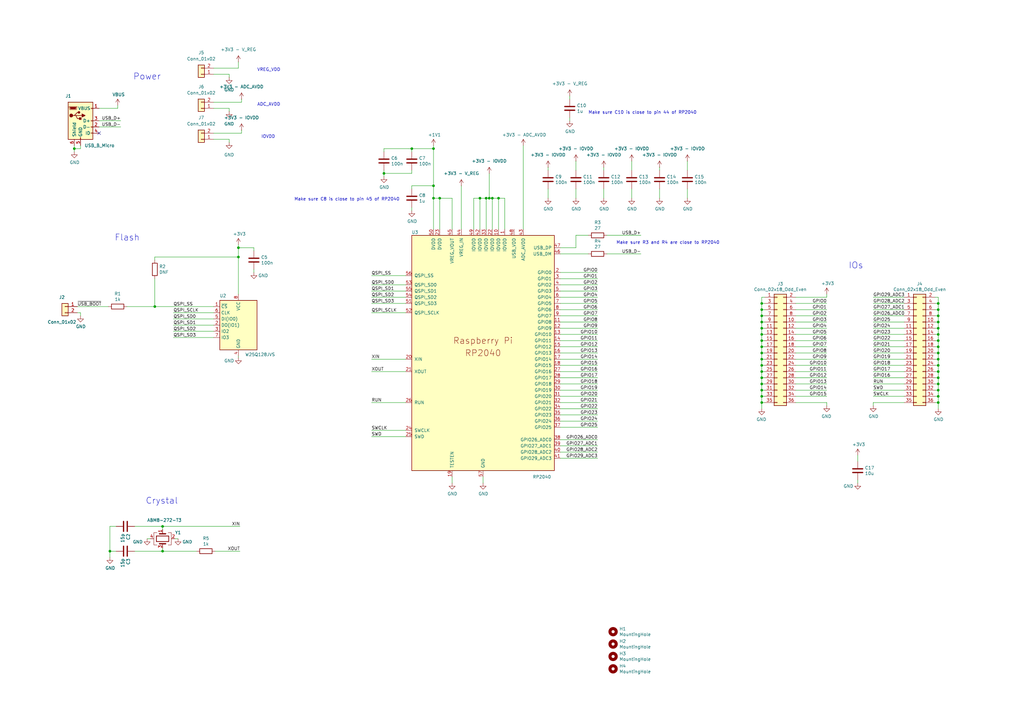
<source format=kicad_sch>
(kicad_sch (version 20231120) (generator "eeschema") (generator_version "8.0")
  (paper "A3")
  (title_block (title "RP2040 Minimal Design Example") (date "2024-01-16") (rev "REV2") (company "Raspberry Pi Ltd"))
  (lib_symbols
    (symbol "+3V3_1" (power) (pin_numbers hide) (pin_names (offset 0) hide)
      (property "Value" "+3V3" (at 0 3.556 0))
      (symbol "+3V3_1_1_1"
        (pin power_in line (at 0 0 90) (length 0) (name "~") (number "1"))
      )
    )
    (symbol "Connector:USB_B_Micro" (pin_names (offset 1.016))
      (property "Reference" "J" (at -5.08 11.43 0))
      (property "Value" "USB_B_Micro" (at -5.08 8.89 0))
      (symbol "USB_B_Micro_1_1"
        (pin power_out line (at 7.62 5.08 180) (length 2.54) (name "VBUS") (number "1"))
        (pin bidirectional line (at 7.62 -2.54 180) (length 2.54) (name "D-") (number "2"))
        (pin bidirectional line (at 7.62 0 180) (length 2.54) (name "D+") (number "3"))
        (pin passive line (at 7.62 -5.08 180) (length 2.54) (name "ID") (number "4"))
        (pin power_out line (at 0 -10.16 90) (length 2.54) (name "GND") (number "5"))
        (pin passive line (at -2.54 -10.16 90) (length 2.54) (name "Shield") (number "6"))
      )
    )
    (symbol "Connector_Generic:Conn_01x02" (pin_names (offset 1.016) hide)
      (property "Reference" "J" (at 0 2.54 0))
      (property "Value" "Conn_01x02" (at 0 -5.08 0))
      (symbol "Conn_01x02_1_1"
        (pin passive line (at -5.08 0 0) (length 3.81) (name "Pin_1") (number "1"))
        (pin passive line (at -5.08 -2.54 0) (length 3.81) (name "Pin_2") (number "2"))
      )
    )
    (symbol "Connector_Generic:Conn_02x18_Odd_Even" (pin_names (offset 1.016) hide)
      (property "Reference" "J" (at 1.27 22.86 0))
      (property "Value" "Conn_02x18_Odd_Even" (at 1.27 -25.4 0))
      (symbol "Conn_02x18_Odd_Even_1_1"
        (pin passive line (at -5.08 20.32 0) (length 3.81) (name "Pin_1") (number "1"))
        (pin passive line (at 7.62 10.16 180) (length 3.81) (name "Pin_10") (number "10"))
        (pin passive line (at -5.08 7.62 0) (length 3.81) (name "Pin_11") (number "11"))
        (pin passive line (at 7.62 7.62 180) (length 3.81) (name "Pin_12") (number "12"))
        (pin passive line (at -5.08 5.08 0) (length 3.81) (name "Pin_13") (number "13"))
        (pin passive line (at 7.62 5.08 180) (length 3.81) (name "Pin_14") (number "14"))
        (pin passive line (at -5.08 2.54 0) (length 3.81) (name "Pin_15") (number "15"))
        (pin passive line (at 7.62 2.54 180) (length 3.81) (name "Pin_16") (number "16"))
        (pin passive line (at -5.08 0 0) (length 3.81) (name "Pin_17") (number "17"))
        (pin passive line (at 7.62 0 180) (length 3.81) (name "Pin_18") (number "18"))
        (pin passive line (at -5.08 -2.54 0) (length 3.81) (name "Pin_19") (number "19"))
        (pin passive line (at 7.62 20.32 180) (length 3.81) (name "Pin_2") (number "2"))
        (pin passive line (at 7.62 -2.54 180) (length 3.81) (name "Pin_20") (number "20"))
        (pin passive line (at -5.08 -5.08 0) (length 3.81) (name "Pin_21") (number "21"))
        (pin passive line (at 7.62 -5.08 180) (length 3.81) (name "Pin_22") (number "22"))
        (pin passive line (at -5.08 -7.62 0) (length 3.81) (name "Pin_23") (number "23"))
        (pin passive line (at 7.62 -7.62 180) (length 3.81) (name "Pin_24") (number "24"))
        (pin passive line (at -5.08 -10.16 0) (length 3.81) (name "Pin_25") (number "25"))
        (pin passive line (at 7.62 -10.16 180) (length 3.81) (name "Pin_26") (number "26"))
        (pin passive line (at -5.08 -12.7 0) (length 3.81) (name "Pin_27") (number "27"))
        (pin passive line (at 7.62 -12.7 180) (length 3.81) (name "Pin_28") (number "28"))
        (pin passive line (at -5.08 -15.24 0) (length 3.81) (name "Pin_29") (number "29"))
        (pin passive line (at -5.08 17.78 0) (length 3.81) (name "Pin_3") (number "3"))
        (pin passive line (at 7.62 -15.24 180) (length 3.81) (name "Pin_30") (number "30"))
        (pin passive line (at -5.08 -17.78 0) (length 3.81) (name "Pin_31") (number "31"))
        (pin passive line (at 7.62 -17.78 180) (length 3.81) (name "Pin_32") (number "32"))
        (pin passive line (at -5.08 -20.32 0) (length 3.81) (name "Pin_33") (number "33"))
        (pin passive line (at 7.62 -20.32 180) (length 3.81) (name "Pin_34") (number "34"))
        (pin passive line (at -5.08 -22.86 0) (length 3.81) (name "Pin_35") (number "35"))
        (pin passive line (at 7.62 -22.86 180) (length 3.81) (name "Pin_36") (number "36"))
        (pin passive line (at 7.62 17.78 180) (length 3.81) (name "Pin_4") (number "4"))
        (pin passive line (at -5.08 15.24 0) (length 3.81) (name "Pin_5") (number "5"))
        (pin passive line (at 7.62 15.24 180) (length 3.81) (name "Pin_6") (number "6"))
        (pin passive line (at -5.08 12.7 0) (length 3.81) (name "Pin_7") (number "7"))
        (pin passive line (at 7.62 12.7 180) (length 3.81) (name "Pin_8") (number "8"))
        (pin passive line (at -5.08 10.16 0) (length 3.81) (name "Pin_9") (number "9"))
      )
    )
    (symbol "Device:C" (pin_numbers hide) (pin_names (offset 0.254))
      (property "Reference" "C" (at 0.635 2.54 0))
      (property "Value" "C" (at 0.635 -2.54 0))
      (symbol "C_1_1"
        (pin passive line (at 0 3.81 270) (length 2.794) (name "~") (number "1"))
        (pin passive line (at 0 -3.81 90) (length 2.794) (name "~") (number "2"))
      )
    )
    (symbol "Device:Crystal_GND24" (pin_names (offset 1.016) hide)
      (property "Reference" "Y" (at 3.175 5.08 0))
      (property "Value" "Crystal_GND24" (at 3.175 3.175 0))
      (symbol "Crystal_GND24_1_1"
        (pin passive line (at -3.81 0 0) (length 1.27) (name "1") (number "1"))
        (pin passive line (at 0 5.08 270) (length 1.27) (name "2") (number "2"))
        (pin passive line (at 3.81 0 180) (length 1.27) (name "3") (number "3"))
        (pin passive line (at 0 -5.08 90) (length 1.27) (name "4") (number "4"))
      )
    )
    (symbol "Device:R" (pin_numbers hide) (pin_names (offset 0))
      (property "Reference" "R" (at 2.032 0 90))
      (property "Value" "R" (at 0 0 90))
      (symbol "R_1_1"
        (pin passive line (at 0 3.81 270) (length 1.27) (name "~") (number "1"))
        (pin passive line (at 0 -3.81 90) (length 1.27) (name "~") (number "2"))
      )
    )
    (symbol "GND_1" (power) (pin_numbers hide) (pin_names (offset 0) hide)
      (property "Value" "GND" (at 0 -3.81 0))
      (symbol "GND_1_1_1"
        (pin power_in line (at 0 0 270) (length 0) (name "~") (number "1"))
      )
    )
    (symbol "MCU_RaspberryPi_RP2040:RP2040" (pin_names (offset 1.016))
      (property "Reference" "U" (at -29.21 49.53 0))
      (property "Value" "RP2040" (at 24.13 -49.53 0))
      (symbol "RP2040_0_0"
        (text "Raspberry Pi" (at 0 5.08 0) (effects (font (size 2.54 2.54))))
        (text "RP2040" (at 0 0 0) (effects (font (size 2.54 2.54))))
      )
      (symbol "RP2040_1_1"
        (pin power_in line (at 8.89 50.8 270) (length 2.54) (name "IOVDD") (number "1"))
        (pin power_in line (at 6.35 50.8 270) (length 2.54) (name "IOVDD") (number "10"))
        (pin bidirectional line (at 31.75 12.7 180) (length 2.54) (name "GPIO8") (number "11"))
        (pin bidirectional line (at 31.75 10.16 180) (length 2.54) (name "GPIO9") (number "12"))
        (pin bidirectional line (at 31.75 7.62 180) (length 2.54) (name "GPIO10") (number "13"))
        (pin bidirectional line (at 31.75 5.08 180) (length 2.54) (name "GPIO11") (number "14"))
        (pin bidirectional line (at 31.75 2.54 180) (length 2.54) (name "GPIO12") (number "15"))
        (pin bidirectional line (at 31.75 0 180) (length 2.54) (name "GPIO13") (number "16"))
        (pin bidirectional line (at 31.75 -2.54 180) (length 2.54) (name "GPIO14") (number "17"))
        (pin bidirectional line (at 31.75 -5.08 180) (length 2.54) (name "GPIO15") (number "18"))
        (pin passive line (at -12.7 -50.8 90) (length 2.54) (name "TESTEN") (number "19"))
        (pin bidirectional line (at 31.75 33.02 180) (length 2.54) (name "GPIO0") (number "2"))
        (pin input line (at -31.75 -2.54 0) (length 2.54) (name "XIN") (number "20"))
        (pin passive line (at -31.75 -7.62 0) (length 2.54) (name "XOUT") (number "21"))
        (pin power_in line (at 3.81 50.8 270) (length 2.54) (name "IOVDD") (number "22"))
        (pin power_in line (at -17.78 50.8 270) (length 2.54) (name "DVDD") (number "23"))
        (pin output line (at -31.75 -31.75 0) (length 2.54) (name "SWCLK") (number "24"))
        (pin bidirectional line (at -31.75 -34.29 0) (length 2.54) (name "SWD") (number "25"))
        (pin input line (at -31.75 -20.32 0) (length 2.54) (name "RUN") (number "26"))
        (pin bidirectional line (at 31.75 -7.62 180) (length 2.54) (name "GPIO16") (number "27"))
        (pin bidirectional line (at 31.75 -10.16 180) (length 2.54) (name "GPIO17") (number "28"))
        (pin bidirectional line (at 31.75 -12.7 180) (length 2.54) (name "GPIO18") (number "29"))
        (pin bidirectional line (at 31.75 30.48 180) (length 2.54) (name "GPIO1") (number "3"))
        (pin bidirectional line (at 31.75 -15.24 180) (length 2.54) (name "GPIO19") (number "30"))
        (pin bidirectional line (at 31.75 -17.78 180) (length 2.54) (name "GPIO20") (number "31"))
        (pin bidirectional line (at 31.75 -20.32 180) (length 2.54) (name "GPIO21") (number "32"))
        (pin power_in line (at 1.27 50.8 270) (length 2.54) (name "IOVDD") (number "33"))
        (pin bidirectional line (at 31.75 -22.86 180) (length 2.54) (name "GPIO22") (number "34"))
        (pin bidirectional line (at 31.75 -25.4 180) (length 2.54) (name "GPIO23") (number "35"))
        (pin bidirectional line (at 31.75 -27.94 180) (length 2.54) (name "GPIO24") (number "36"))
        (pin bidirectional line (at 31.75 -30.48 180) (length 2.54) (name "GPIO25") (number "37"))
        (pin bidirectional line (at 31.75 -35.56 180) (length 2.54) (name "GPIO26_ADC0") (number "38"))
        (pin bidirectional line (at 31.75 -38.1 180) (length 2.54) (name "GPIO27_ADC1") (number "39"))
        (pin bidirectional line (at 31.75 27.94 180) (length 2.54) (name "GPIO2") (number "4"))
        (pin bidirectional line (at 31.75 -40.64 180) (length 2.54) (name "GPIO28_ADC2") (number "40"))
        (pin bidirectional line (at 31.75 -43.18 180) (length 2.54) (name "GPIO29_ADC3") (number "41"))
        (pin power_in line (at -1.27 50.8 270) (length 2.54) (name "IOVDD") (number "42"))
        (pin power_in line (at 16.51 50.8 270) (length 2.54) (name "ADC_AVDD") (number "43"))
        (pin power_in line (at -8.89 50.8 270) (length 2.54) (name "VREG_IN") (number "44"))
        (pin power_out line (at -12.7 50.8 270) (length 2.54) (name "VREG_VOUT") (number "45"))
        (pin bidirectional line (at 31.75 40.64 180) (length 2.54) (name "USB_DM") (number "46"))
        (pin bidirectional line (at 31.75 43.18 180) (length 2.54) (name "USB_DP") (number "47"))
        (pin power_in line (at 12.7 50.8 270) (length 2.54) (name "USB_VDD") (number "48"))
        (pin power_in line (at -3.81 50.8 270) (length 2.54) (name "IOVDD") (number "49"))
        (pin bidirectional line (at 31.75 25.4 180) (length 2.54) (name "GPIO3") (number "5"))
        (pin power_in line (at -20.32 50.8 270) (length 2.54) (name "DVDD") (number "50"))
        (pin bidirectional line (at -31.75 20.32 0) (length 2.54) (name "QSPI_SD3") (number "51"))
        (pin output line (at -31.75 16.51 0) (length 2.54) (name "QSPI_SCLK") (number "52"))
        (pin bidirectional line (at -31.75 27.94 0) (length 2.54) (name "QSPI_SD0") (number "53"))
        (pin bidirectional line (at -31.75 22.86 0) (length 2.54) (name "QSPI_SD2") (number "54"))
        (pin bidirectional line (at -31.75 25.4 0) (length 2.54) (name "QSPI_SD1") (number "55"))
        (pin bidirectional line (at -31.75 31.75 0) (length 2.54) (name "QSPI_SS") (number "56"))
        (pin power_in line (at 0 -50.8 90) (length 2.54) (name "GND") (number "57"))
        (pin bidirectional line (at 31.75 22.86 180) (length 2.54) (name "GPIO4") (number "6"))
        (pin bidirectional line (at 31.75 20.32 180) (length 2.54) (name "GPIO5") (number "7"))
        (pin bidirectional line (at 31.75 17.78 180) (length 2.54) (name "GPIO6") (number "8"))
        (pin bidirectional line (at 31.75 15.24 180) (length 2.54) (name "GPIO7") (number "9"))
      )
    )
    (symbol "Mechanical:MountingHole" (pin_names (offset 1.016))
      (property "Reference" "H" (at 0 5.08 0))
      (property "Value" "MountingHole" (at 0 3.175 0))
    )
    (symbol "Memory_Flash:W25Q128JVS"
      (property "Reference" "U" (at -8.89 8.89 0))
      (property "Value" "W25Q128JVS" (at 7.62 8.89 0))
      (symbol "W25Q128JVS_1_1"
        (pin input line (at -10.16 7.62 0) (length 2.54) (name "~{CS}") (number "1"))
        (pin bidirectional line (at -10.16 0 0) (length 2.54) (name "DO(IO1)") (number "2"))
        (pin bidirectional line (at -10.16 -2.54 0) (length 2.54) (name "IO2") (number "3"))
        (pin power_in line (at 0 -12.7 90) (length 2.54) (name "GND") (number "4"))
        (pin bidirectional line (at -10.16 2.54 0) (length 2.54) (name "DI(IO0)") (number "5"))
        (pin input line (at -10.16 5.08 0) (length 2.54) (name "CLK") (number "6"))
        (pin bidirectional line (at -10.16 -5.08 0) (length 2.54) (name "IO3") (number "7"))
        (pin power_in line (at 0 12.7 270) (length 2.54) (name "VCC") (number "8"))
      )
    )
    (symbol "power:+1V1" (power) (pin_names (offset 0))
      (property "Value" "+1V1" (at 0 3.556 0))
      (symbol "+1V1_1_1"
        (pin power_in line (at 0 0 90) (length 0) hide (name "+1V1") (number "1"))
      )
    )
    (symbol "power:+3V3" (power) (pin_names (offset 0))
      (property "Value" "+3V3" (at 0 3.556 0))
      (symbol "+3V3_1_1"
        (pin power_in line (at 0 0 90) (length 0) hide (name "+3V3") (number "1"))
      )
    )
    (symbol "power:GND" (power) (pin_names (offset 0))
      (property "Value" "GND" (at 0 -3.81 0))
      (symbol "GND_1_1"
        (pin power_in line (at 0 0 270) (length 0) hide (name "GND") (number "1"))
      )
    )
    (symbol "power:VBUS" (power) (pin_names (offset 0))
      (property "Value" "VBUS" (at 0 3.81 0))
      (symbol "VBUS_1_1"
        (pin power_in line (at 0 0 90) (length 0) hide (name "VBUS") (number "1"))
      )
    )
  )
  (junction (at 201.93 81.28))
  (junction (at 384.81 129.54))
  (junction (at 199.39 81.28))
  (junction (at 312.42 132.08))
  (junction (at 384.81 165.1))
  (junction (at 384.81 132.08))
  (junction (at 97.79 105.41))
  (junction (at 177.8 76.2))
  (junction (at 168.91 60.96))
  (junction (at 384.81 147.32))
  (junction (at 45.085 226.06))
  (junction (at 312.42 147.32))
  (junction (at 312.42 124.46))
  (junction (at 384.81 157.48))
  (junction (at 312.42 162.56))
  (junction (at 66.675 215.9))
  (junction (at 177.8 81.28))
  (junction (at 180.34 81.28))
  (junction (at 204.47 81.28))
  (junction (at 384.81 137.16))
  (junction (at 157.48 71.12))
  (junction (at 384.81 142.24))
  (junction (at 200.66 81.28))
  (junction (at 312.42 157.48))
  (junction (at 384.81 154.94))
  (junction (at 312.42 127))
  (junction (at 66.675 226.06))
  (junction (at 384.81 127))
  (junction (at 312.42 134.62))
  (junction (at 384.81 162.56))
  (junction (at 97.79 101.6))
  (junction (at 312.42 144.78))
  (junction (at 312.42 139.7))
  (junction (at 30.48 60.96))
  (junction (at 177.8 60.96))
  (junction (at 384.81 134.62))
  (junction (at 312.42 142.24))
  (junction (at 384.81 149.86))
  (junction (at 312.42 160.02))
  (junction (at 384.81 139.7))
  (junction (at 384.81 124.46))
  (junction (at 312.42 154.94))
  (junction (at 312.42 137.16))
  (junction (at 63.5 125.73))
  (junction (at 312.42 165.1))
  (junction (at 312.42 152.4))
  (junction (at 312.42 149.86))
  (junction (at 384.81 152.4))
  (junction (at 384.81 144.78))
  (junction (at 196.85 81.28))
  (junction (at 384.81 160.02))
  (junction (at 312.42 129.54))
  (no_connect (at 40.64 54.61))
  (wire (pts (xy 177.8 81.28) (xy 177.8 93.98)))
  (wire (pts (xy 229.87 137.16) (xy 245.11 137.16)))
  (wire (pts (xy 157.48 71.12) (xy 168.91 71.12)))
  (wire (pts (xy 236.22 96.52) (xy 236.22 101.6)))
  (wire (pts (xy 384.81 147.32) (xy 384.81 149.86)))
  (wire (pts (xy 200.66 71.12) (xy 200.66 81.28)))
  (wire (pts (xy 370.84 134.62) (xy 358.14 134.62)))
  (wire (pts (xy 339.09 142.24) (xy 326.39 142.24)))
  (wire (pts (xy 312.42 154.94) (xy 312.42 157.48)))
  (wire (pts (xy 351.79 196.85) (xy 351.79 198.12)))
  (wire (pts (xy 87.63 138.43) (xy 71.12 138.43)))
  (wire (pts (xy 247.65 69.85) (xy 247.65 68.58)))
  (wire (pts (xy 87.63 57.15) (xy 93.98 57.15)))
  (wire (pts (xy 177.8 59.69) (xy 177.8 60.96)))
  (wire (pts (xy 229.87 149.86) (xy 245.11 149.86)))
  (wire (pts (xy 384.81 132.08) (xy 384.81 134.62)))
  (wire (pts (xy 370.84 142.24) (xy 358.14 142.24)))
  (wire (pts (xy 87.63 30.48) (xy 93.98 30.48)))
  (wire (pts (xy 97.79 101.6) (xy 97.79 105.41)))
  (wire (pts (xy 229.87 175.26) (xy 245.11 175.26)))
  (wire (pts (xy 194.31 81.28) (xy 196.85 81.28)))
  (wire (pts (xy 229.87 170.18) (xy 245.11 170.18)))
  (wire (pts (xy 48.26 43.18) (xy 48.26 44.45)))
  (wire (pts (xy 229.87 104.14) (xy 241.3 104.14)))
  (wire (pts (xy 339.09 166.37) (xy 339.09 165.1)))
  (wire (pts (xy 229.87 111.76) (xy 245.11 111.76)))
  (wire (pts (xy 71.12 128.27) (xy 87.63 128.27)))
  (wire (pts (xy 97.79 100.33) (xy 97.79 101.6)))
  (wire (pts (xy 248.92 96.52) (xy 262.89 96.52)))
  (wire (pts (xy 313.69 165.1) (xy 312.42 165.1)))
  (wire (pts (xy 185.42 93.98) (xy 185.42 81.28)))
  (wire (pts (xy 384.81 154.94) (xy 384.81 157.48)))
  (wire (pts (xy 313.69 121.92) (xy 312.42 121.92)))
  (wire (pts (xy 339.09 165.1) (xy 326.39 165.1)))
  (wire (pts (xy 384.81 124.46) (xy 384.81 127)))
  (wire (pts (xy 247.65 77.47) (xy 247.65 81.28)))
  (wire (pts (xy 229.87 116.84) (xy 245.11 116.84)))
  (wire (pts (xy 93.98 30.48) (xy 93.98 31.75)))
  (wire (pts (xy 281.94 77.47) (xy 281.94 81.28)))
  (wire (pts (xy 177.8 76.2) (xy 177.8 81.28)))
  (wire (pts (xy 87.63 54.61) (xy 99.06 54.61)))
  (wire (pts (xy 384.81 129.54) (xy 384.81 132.08)))
  (wire (pts (xy 60.325 220.98) (xy 61.595 220.98)))
  (wire (pts (xy 157.48 60.96) (xy 168.91 60.96)))
  (wire (pts (xy 339.09 139.7) (xy 326.39 139.7)))
  (wire (pts (xy 229.87 185.42) (xy 245.11 185.42)))
  (wire (pts (xy 63.5 114.3) (xy 63.5 125.73)))
  (wire (pts (xy 384.81 160.02) (xy 384.81 162.56)))
  (wire (pts (xy 312.42 157.48) (xy 312.42 160.02)))
  (wire (pts (xy 157.48 69.85) (xy 157.48 71.12)))
  (wire (pts (xy 312.42 129.54) (xy 312.42 132.08)))
  (wire (pts (xy 313.69 147.32) (xy 312.42 147.32)))
  (wire (pts (xy 71.755 220.98) (xy 73.025 220.98)))
  (wire (pts (xy 313.69 144.78) (xy 312.42 144.78)))
  (wire (pts (xy 152.4 124.46) (xy 166.37 124.46)))
  (wire (pts (xy 339.09 160.02) (xy 326.39 160.02)))
  (wire (pts (xy 383.54 129.54) (xy 384.81 129.54)))
  (wire (pts (xy 55.245 215.9) (xy 66.675 215.9)))
  (wire (pts (xy 339.09 152.4) (xy 326.39 152.4)))
  (wire (pts (xy 383.54 127) (xy 384.81 127)))
  (wire (pts (xy 97.79 27.94) (xy 97.79 25.4)))
  (wire (pts (xy 93.98 44.45) (xy 93.98 45.72)))
  (wire (pts (xy 168.91 60.96) (xy 177.8 60.96)))
  (wire (pts (xy 44.45 125.73) (xy 31.75 125.73)))
  (wire (pts (xy 370.84 129.54) (xy 358.14 129.54)))
  (wire (pts (xy 97.79 146.685) (xy 97.79 146.05)))
  (wire (pts (xy 199.39 93.98) (xy 199.39 81.28)))
  (wire (pts (xy 40.64 49.53) (xy 49.53 49.53)))
  (wire (pts (xy 339.09 149.86) (xy 326.39 149.86)))
  (wire (pts (xy 177.8 60.96) (xy 177.8 76.2)))
  (wire (pts (xy 152.4 119.38) (xy 166.37 119.38)))
  (wire (pts (xy 259.08 77.47) (xy 259.08 81.28)))
  (wire (pts (xy 166.37 165.1) (xy 152.4 165.1)))
  (wire (pts (xy 270.51 69.85) (xy 270.51 68.58)))
  (wire (pts (xy 370.84 124.46) (xy 358.14 124.46)))
  (wire (pts (xy 196.85 81.28) (xy 199.39 81.28)))
  (wire (pts (xy 87.63 133.35) (xy 71.12 133.35)))
  (wire (pts (xy 339.09 132.08) (xy 326.39 132.08)))
  (wire (pts (xy 384.81 142.24) (xy 384.81 144.78)))
  (wire (pts (xy 339.09 127) (xy 326.39 127)))
  (wire (pts (xy 383.54 162.56) (xy 384.81 162.56)))
  (wire (pts (xy 224.79 69.85) (xy 224.79 68.58)))
  (wire (pts (xy 313.69 132.08) (xy 312.42 132.08)))
  (wire (pts (xy 312.42 134.62) (xy 312.42 137.16)))
  (wire (pts (xy 104.14 101.6) (xy 97.79 101.6)))
  (wire (pts (xy 207.01 81.28) (xy 207.01 93.98)))
  (wire (pts (xy 196.85 93.98) (xy 196.85 81.28)))
  (wire (pts (xy 383.54 147.32) (xy 384.81 147.32)))
  (wire (pts (xy 33.02 59.69) (xy 33.02 60.96)))
  (wire (pts (xy 66.675 224.79) (xy 66.675 226.06)))
  (wire (pts (xy 45.085 226.06) (xy 45.085 228.6)))
  (wire (pts (xy 229.87 101.6) (xy 236.22 101.6)))
  (wire (pts (xy 384.81 144.78) (xy 384.81 147.32)))
  (wire (pts (xy 383.54 134.62) (xy 384.81 134.62)))
  (wire (pts (xy 214.63 59.69) (xy 214.63 93.98)))
  (wire (pts (xy 383.54 139.7) (xy 384.81 139.7)))
  (wire (pts (xy 166.37 152.4) (xy 152.4 152.4)))
  (wire (pts (xy 166.37 113.03) (xy 152.4 113.03)))
  (wire (pts (xy 312.42 152.4) (xy 312.42 154.94)))
  (wire (pts (xy 88.265 226.06) (xy 98.425 226.06)))
  (wire (pts (xy 93.98 57.15) (xy 93.98 58.42)))
  (wire (pts (xy 229.87 147.32) (xy 245.11 147.32)))
  (wire (pts (xy 313.69 127) (xy 312.42 127)))
  (wire (pts (xy 370.84 152.4) (xy 358.14 152.4)))
  (wire (pts (xy 229.87 127) (xy 245.11 127)))
  (wire (pts (xy 168.91 71.12) (xy 168.91 69.85)))
  (wire (pts (xy 313.69 157.48) (xy 312.42 157.48)))
  (wire (pts (xy 236.22 69.85) (xy 236.22 66.04)))
  (wire (pts (xy 229.87 180.34) (xy 245.11 180.34)))
  (wire (pts (xy 384.81 152.4) (xy 384.81 154.94)))
  (wire (pts (xy 384.81 127) (xy 384.81 129.54)))
  (wire (pts (xy 229.87 129.54) (xy 245.11 129.54)))
  (wire (pts (xy 168.91 77.47) (xy 168.91 76.2)))
  (wire (pts (xy 87.63 135.89) (xy 71.12 135.89)))
  (wire (pts (xy 31.75 128.27) (xy 33.02 128.27)))
  (wire (pts (xy 312.42 121.92) (xy 312.42 124.46)))
  (wire (pts (xy 370.84 149.86) (xy 358.14 149.86)))
  (wire (pts (xy 52.07 125.73) (xy 63.5 125.73)))
  (wire (pts (xy 313.69 139.7) (xy 312.42 139.7)))
  (wire (pts (xy 312.42 165.1) (xy 312.42 167.64)))
  (wire (pts (xy 383.54 165.1) (xy 384.81 165.1)))
  (wire (pts (xy 30.48 59.69) (xy 30.48 60.96)))
  (wire (pts (xy 312.42 162.56) (xy 312.42 165.1)))
  (wire (pts (xy 229.87 187.96) (xy 245.11 187.96)))
  (wire (pts (xy 383.54 121.92) (xy 384.81 121.92)))
  (wire (pts (xy 358.14 165.1) (xy 370.84 165.1)))
  (wire (pts (xy 312.42 139.7) (xy 312.42 142.24)))
  (wire (pts (xy 312.42 124.46) (xy 312.42 127)))
  (wire (pts (xy 312.42 144.78) (xy 312.42 147.32)))
  (wire (pts (xy 312.42 160.02) (xy 312.42 162.56)))
  (wire (pts (xy 180.34 93.98) (xy 180.34 81.28)))
  (wire (pts (xy 384.81 139.7) (xy 384.81 142.24)))
  (wire (pts (xy 312.42 137.16) (xy 312.42 139.7)))
  (wire (pts (xy 33.02 60.96) (xy 30.48 60.96)))
  (wire (pts (xy 370.84 157.48) (xy 358.14 157.48)))
  (wire (pts (xy 339.09 137.16) (xy 326.39 137.16)))
  (wire (pts (xy 270.51 77.47) (xy 270.51 81.28)))
  (wire (pts (xy 383.54 154.94) (xy 384.81 154.94)))
  (wire (pts (xy 383.54 152.4) (xy 384.81 152.4)))
  (wire (pts (xy 233.68 48.26) (xy 233.68 49.53)))
  (wire (pts (xy 383.54 157.48) (xy 384.81 157.48)))
  (wire (pts (xy 229.87 132.08) (xy 245.11 132.08)))
  (wire (pts (xy 313.69 152.4) (xy 312.42 152.4)))
  (wire (pts (xy 204.47 93.98) (xy 204.47 81.28)))
  (wire (pts (xy 313.69 160.02) (xy 312.42 160.02)))
  (wire (pts (xy 55.245 226.06) (xy 66.675 226.06)))
  (wire (pts (xy 313.69 129.54) (xy 312.42 129.54)))
  (wire (pts (xy 47.625 226.06) (xy 45.085 226.06)))
  (wire (pts (xy 339.09 162.56) (xy 326.39 162.56)))
  (wire (pts (xy 66.675 226.06) (xy 80.645 226.06)))
  (wire (pts (xy 313.69 162.56) (xy 312.42 162.56)))
  (wire (pts (xy 229.87 119.38) (xy 245.11 119.38)))
  (wire (pts (xy 166.37 179.07) (xy 152.4 179.07)))
  (wire (pts (xy 199.39 81.28) (xy 200.66 81.28)))
  (wire (pts (xy 312.42 142.24) (xy 312.42 144.78)))
  (wire (pts (xy 383.54 137.16) (xy 384.81 137.16)))
  (wire (pts (xy 351.79 186.69) (xy 351.79 189.23)))
  (wire (pts (xy 229.87 157.48) (xy 245.11 157.48)))
  (wire (pts (xy 313.69 142.24) (xy 312.42 142.24)))
  (wire (pts (xy 384.81 121.92) (xy 384.81 124.46)))
  (wire (pts (xy 166.37 128.27) (xy 152.4 128.27)))
  (wire (pts (xy 313.69 149.86) (xy 312.42 149.86)))
  (wire (pts (xy 198.12 195.58) (xy 198.12 198.12)))
  (wire (pts (xy 339.09 121.92) (xy 339.09 120.65)))
  (wire (pts (xy 168.91 76.2) (xy 177.8 76.2)))
  (wire (pts (xy 229.87 154.94) (xy 245.11 154.94)))
  (wire (pts (xy 87.63 130.81) (xy 71.12 130.81)))
  (wire (pts (xy 370.84 132.08) (xy 358.14 132.08)))
  (wire (pts (xy 200.66 81.28) (xy 201.93 81.28)))
  (wire (pts (xy 189.23 76.2) (xy 189.23 93.98)))
  (wire (pts (xy 224.79 77.47) (xy 224.79 81.28)))
  (wire (pts (xy 370.84 137.16) (xy 358.14 137.16)))
  (wire (pts (xy 339.09 144.78) (xy 326.39 144.78)))
  (wire (pts (xy 384.81 157.48) (xy 384.81 160.02)))
  (wire (pts (xy 370.84 160.02) (xy 358.14 160.02)))
  (wire (pts (xy 339.09 129.54) (xy 326.39 129.54)))
  (wire (pts (xy 185.42 195.58) (xy 185.42 198.12)))
  (wire (pts (xy 229.87 160.02) (xy 245.11 160.02)))
  (wire (pts (xy 87.63 44.45) (xy 93.98 44.45)))
  (wire (pts (xy 47.625 215.9) (xy 45.085 215.9)))
  (wire (pts (xy 229.87 139.7) (xy 245.11 139.7)))
  (wire (pts (xy 370.84 162.56) (xy 358.14 162.56)))
  (wire (pts (xy 87.63 27.94) (xy 97.79 27.94)))
  (wire (pts (xy 229.87 165.1) (xy 245.11 165.1)))
  (wire (pts (xy 313.69 134.62) (xy 312.42 134.62)))
  (wire (pts (xy 180.34 81.28) (xy 177.8 81.28)))
  (wire (pts (xy 248.92 104.14) (xy 262.89 104.14)))
  (wire (pts (xy 383.54 144.78) (xy 384.81 144.78)))
  (wire (pts (xy 383.54 132.08) (xy 384.81 132.08)))
  (wire (pts (xy 229.87 144.78) (xy 245.11 144.78)))
  (wire (pts (xy 45.085 215.9) (xy 45.085 226.06)))
  (wire (pts (xy 312.42 147.32) (xy 312.42 149.86)))
  (wire (pts (xy 312.42 132.08) (xy 312.42 134.62)))
  (wire (pts (xy 312.42 127) (xy 312.42 129.54)))
  (wire (pts (xy 66.675 217.17) (xy 66.675 215.9)))
  (wire (pts (xy 152.4 116.84) (xy 166.37 116.84)))
  (wire (pts (xy 358.14 166.37) (xy 358.14 165.1)))
  (wire (pts (xy 201.93 81.28) (xy 204.47 81.28)))
  (wire (pts (xy 229.87 134.62) (xy 245.11 134.62)))
  (wire (pts (xy 383.54 142.24) (xy 384.81 142.24)))
  (wire (pts (xy 229.87 152.4) (xy 245.11 152.4)))
  (wire (pts (xy 339.09 147.32) (xy 326.39 147.32)))
  (wire (pts (xy 157.48 62.23) (xy 157.48 60.96)))
  (wire (pts (xy 384.81 137.16) (xy 384.81 139.7)))
  (wire (pts (xy 236.22 96.52) (xy 241.3 96.52)))
  (wire (pts (xy 104.14 110.49) (xy 104.14 111.76)))
  (wire (pts (xy 157.48 71.12) (xy 157.48 72.39)))
  (wire (pts (xy 152.4 147.32) (xy 166.37 147.32)))
  (wire (pts (xy 229.87 142.24) (xy 245.11 142.24)))
  (wire (pts (xy 339.09 157.48) (xy 326.39 157.48)))
  (wire (pts (xy 383.54 124.46) (xy 384.81 124.46)))
  (wire (pts (xy 313.69 154.94) (xy 312.42 154.94)))
  (wire (pts (xy 370.84 121.92) (xy 358.14 121.92)))
  (wire (pts (xy 339.09 124.46) (xy 326.39 124.46)))
  (wire (pts (xy 233.68 40.64) (xy 233.68 39.37)))
  (wire (pts (xy 370.84 139.7) (xy 358.14 139.7)))
  (wire (pts (xy 339.09 134.62) (xy 326.39 134.62)))
  (wire (pts (xy 152.4 121.92) (xy 166.37 121.92)))
  (wire (pts (xy 384.81 149.86) (xy 384.81 152.4)))
  (wire (pts (xy 229.87 124.46) (xy 245.11 124.46)))
  (wire (pts (xy 312.42 149.86) (xy 312.42 152.4)))
  (wire (pts (xy 99.06 41.91) (xy 99.06 40.64)))
  (wire (pts (xy 229.87 167.64) (xy 245.11 167.64)))
  (wire (pts (xy 229.87 114.3) (xy 245.11 114.3)))
  (wire (pts (xy 313.69 137.16) (xy 312.42 137.16)))
  (wire (pts (xy 99.06 54.61) (xy 99.06 53.34)))
  (wire (pts (xy 104.14 102.87) (xy 104.14 101.6)))
  (wire (pts (xy 370.84 147.32) (xy 358.14 147.32)))
  (wire (pts (xy 204.47 81.28) (xy 207.01 81.28)))
  (wire (pts (xy 63.5 125.73) (xy 87.63 125.73)))
  (wire (pts (xy 194.31 93.98) (xy 194.31 81.28)))
  (wire (pts (xy 40.64 44.45) (xy 48.26 44.45)))
  (wire (pts (xy 370.84 127) (xy 358.14 127)))
  (wire (pts (xy 236.22 77.47) (xy 236.22 81.28)))
  (wire (pts (xy 313.69 124.46) (xy 312.42 124.46)))
  (wire (pts (xy 384.81 134.62) (xy 384.81 137.16)))
  (wire (pts (xy 201.93 93.98) (xy 201.93 81.28)))
  (wire (pts (xy 168.91 62.23) (xy 168.91 60.96)))
  (wire (pts (xy 185.42 81.28) (xy 180.34 81.28)))
  (wire (pts (xy 370.84 154.94) (xy 358.14 154.94)))
  (wire (pts (xy 281.94 69.85) (xy 281.94 66.04)))
  (wire (pts (xy 229.87 162.56) (xy 245.11 162.56)))
  (wire (pts (xy 383.54 160.02) (xy 384.81 160.02)))
  (wire (pts (xy 229.87 172.72) (xy 245.11 172.72)))
  (wire (pts (xy 87.63 41.91) (xy 99.06 41.91)))
  (wire (pts (xy 259.08 69.85) (xy 259.08 66.04)))
  (wire (pts (xy 166.37 176.53) (xy 152.4 176.53)))
  (wire (pts (xy 370.84 144.78) (xy 358.14 144.78)))
  (wire (pts (xy 384.81 165.1) (xy 384.81 167.64)))
  (wire (pts (xy 168.91 85.09) (xy 168.91 86.36)))
  (wire (pts (xy 339.09 154.94) (xy 326.39 154.94)))
  (wire (pts (xy 339.09 121.92) (xy 326.39 121.92)))
  (wire (pts (xy 30.48 60.96) (xy 30.48 62.23)))
  (wire (pts (xy 384.81 162.56) (xy 384.81 165.1)))
  (wire (pts (xy 63.5 106.68) (xy 63.5 105.41)))
  (wire (pts (xy 63.5 105.41) (xy 97.79 105.41)))
  (wire (pts (xy 229.87 182.88) (xy 245.11 182.88)))
  (wire (pts (xy 229.87 121.92) (xy 245.11 121.92)))
  (wire (pts (xy 40.64 52.07) (xy 49.53 52.07)))
  (wire (pts (xy 33.02 128.27) (xy 33.02 129.54)))
  (wire (pts (xy 383.54 149.86) (xy 384.81 149.86)))
  (wire (pts (xy 97.79 105.41) (xy 97.79 120.65)))
  (wire (pts (xy 66.675 215.9) (xy 98.425 215.9)))
  (text "IOs" (at 347.98 110.49 0) (effects (font (size 2.54 2.54)) (justify left bottom)))
  (text "Power" (at 54.61 33.02 0) (effects (font (size 2.54 2.54)) (justify left bottom)))
  (text "Crystal" (at 59.69 207.01 0) (effects (font (size 2.54 2.54)) (justify left bottom)))
  (text "Make sure C8 is close to pin 45 of RP2040" (at 120.65 82.55 0) (effects (font (size 1.27 1.27)) (justify left bottom)))
  (text "ADC_AVDD" (at 110.236 42.926 0) (effects (font (size 1.27 1.27))))
  (text "VREG_VDD\n" (at 110.236 28.702 0) (effects (font (size 1.27 1.27))))
  (text "Make sure C10 is close to pin 44 of RP2040" (at 241.3 46.99 0) (effects (font (size 1.27 1.27)) (justify left bottom)))
  (text "Make sure R3 and R4 are close to RP2040" (at 252.73 100.33 0) (effects (font (size 1.27 1.27)) (justify left bottom)))
  (text "IOVDD" (at 109.982 56.134 0) (effects (font (size 1.27 1.27))))
  (text "Flash" (at 46.99 99.06 0) (effects (font (size 2.54 2.54)) (justify left bottom)))
  (label "XOUT" (at 98.425 226.06 180))
  (label "GPIO24" (at 358.14 134.62 0))
  (label "GPIO3" (at 339.09 132.08 180))
  (label "USB_D-" (at 49.53 52.07 180))
  (label "QSPI_SS" (at 71.12 125.73 0))
  (label "QSPI_SD3" (at 71.12 138.43 0))
  (label "GPIO7" (at 339.09 142.24 180))
  (label "QSPI_SD2" (at 152.4 121.92 0))
  (label "USB_D-" (at 262.89 104.14 180))
  (label "GPIO4" (at 245.11 121.92 180))
  (label "GPIO21" (at 358.14 142.24 0))
  (label "RUN" (at 152.4 165.1 0))
  (label "XOUT" (at 152.4 152.4 0))
  (label "GPIO10" (at 339.09 149.86 180))
  (label "GPIO29_ADC3" (at 245.11 187.96 180))
  (label "QSPI_SD1" (at 152.4 119.38 0))
  (label "GPIO13" (at 245.11 144.78 180))
  (label "GPIO6" (at 245.11 127 180))
  (label "USB_D+" (at 262.89 96.52 180))
  (label "GPIO29_ADC3" (at 358.14 121.92 0))
  (label "GPIO28_ADC2" (at 358.14 124.46 0))
  (label "SWD" (at 152.4 179.07 0))
  (label "GPIO20" (at 245.11 162.56 180))
  (label "QSPI_SD1" (at 71.12 133.35 0))
  (label "QSPI_SD3" (at 152.4 124.46 0))
  (label "GPIO6" (at 339.09 139.7 180))
  (label "SWD" (at 358.14 160.02 0))
  (label "RUN" (at 358.14 157.48 0))
  (label "GPIO18" (at 245.11 157.48 180))
  (label "GPIO25" (at 245.11 175.26 180))
  (label "GPIO2" (at 339.09 129.54 180))
  (label "GPIO1" (at 339.09 127 180))
  (label "GPIO0" (at 245.11 111.76 180))
  (label "GPIO8" (at 339.09 144.78 180))
  (label "GPIO11" (at 339.09 152.4 180))
  (label "GPIO21" (at 245.11 165.1 180))
  (label "GPIO11" (at 245.11 139.7 180))
  (label "GPIO17" (at 358.14 152.4 0))
  (label "GPIO27_ADC1" (at 245.11 182.88 180))
  (label "GPIO1" (at 245.11 114.3 180))
  (label "XIN" (at 98.425 215.9 180))
  (label "USB_D+" (at 49.53 49.53 180))
  (label "GPIO4" (at 339.09 134.62 180))
  (label "GPIO14" (at 245.11 147.32 180))
  (label "GPIO3" (at 245.11 119.38 180))
  (label "GPIO10" (at 245.11 137.16 180))
  (label "GPIO23" (at 245.11 170.18 180))
  (label "SWCLK" (at 152.4 176.53 0))
  (label "GPIO9" (at 339.09 147.32 180))
  (label "QSPI_SCLK" (at 152.4 128.27 0))
  (label "GPIO27_ADC1" (at 358.14 127 0))
  (label "GPIO25" (at 358.14 132.08 0))
  (label "GPIO12" (at 339.09 154.94 180))
  (label "QSPI_SD0" (at 152.4 116.84 0))
  (label "GPIO5" (at 339.09 137.16 180))
  (label "GPIO17" (at 245.11 154.94 180))
  (label "GPIO18" (at 358.14 149.86 0))
  (label "GPIO2" (at 245.11 116.84 180))
  (label "GPIO9" (at 245.11 134.62 180))
  (label "GPIO15" (at 245.11 149.86 180))
  (label "GPIO12" (at 245.11 142.24 180))
  (label "GPIO24" (at 245.11 172.72 180))
  (label "GPIO5" (at 245.11 124.46 180))
  (label "GPIO22" (at 245.11 167.64 180))
  (label "SWCLK" (at 358.14 162.56 0))
  (label "GPIO19" (at 245.11 160.02 180))
  (label "QSPI_SS" (at 152.4 113.03 0))
  (label "QSPI_SD2" (at 71.12 135.89 0))
  (label "QSPI_SD0" (at 71.12 130.81 0))
  (label "QSPI_SCLK" (at 71.12 128.27 0))
  (label "~{USB_BOOT}" (at 31.75 125.73 0))
  (label "GPIO20" (at 358.14 144.78 0))
  (label "GPIO26_ADC0" (at 245.11 180.34 180))
  (label "GPIO28_ADC2" (at 245.11 185.42 180))
  (label "GPIO16" (at 245.11 152.4 180))
  (label "GPIO8" (at 245.11 132.08 180))
  (label "XIN" (at 152.4 147.32 0))
  (label "GPIO23" (at 358.14 137.16 0))
  (label "GPIO22" (at 358.14 139.7 0))
  (label "GPIO15" (at 339.09 162.56 180))
  (label "GPIO16" (at 358.14 154.94 0))
  (label "GPIO26_ADC0" (at 358.14 129.54 0))
  (label "GPIO13" (at 339.09 157.48 180))
  (label "GPIO19" (at 358.14 147.32 0))
  (label "GPIO7" (at 245.11 129.54 180))
  (label "GPIO0" (at 339.09 124.46 180))
  (label "GPIO14" (at 339.09 160.02 180))
  (symbol (lib_id "MCU_RaspberryPi_RP2040:RP2040") (at 198.12 144.78 0) (unit 1)
    (property "Reference" "U3" (at 170.18 95.25 0))
    (property "Value" "RP2040" (at 222.25 195.58 0))
    (property "Footprint" "RP2040_minimal:RP2040-QFN-56" (effects (hide yes)))
  )
  (symbol (lib_id "Memory_Flash:W25Q128JVS") (at 97.79 133.35 0) (unit 1)
    (property "Reference" "U2" (at 91.44 121.285 0))
    (property "Value" "W25Q128JVS" (at 106.68 145.415 0))
    (property "Footprint" "Package_SO:SOIC-8_5.23x5.23mm_P1.27mm" (effects (hide yes)))
    (property "Datasheet" "http://www.winbond.com/resource-files/w25q128jv_dtr%20revc%2003272018%20plus.pdf" (effects (hide yes)))
  )
  (symbol (lib_id "power:+3V3") (at 97.79 100.33 0) (unit 1)
    (property "Reference" "#PWR07" (effects (hide yes)))
    (property "Value" "+3V3" (at 98.171 95.9358 0))
  )
  (symbol (lib_id "power:GND") (at 97.79 146.685 0) (unit 1)
    (property "Reference" "#PWR08" (effects (hide yes)))
    (property "Value" "GND" (at 93.98 147.955 0))
  )
  (symbol (lib_id "Device:R") (at 63.5 110.49 0) (unit 1)
    (property "Reference" "R2" (at 65.278 109.3216 0) (effects (justify left)))
    (property "Value" "DNF" (at 65.278 111.633 0) (effects (justify left)))
    (property "Footprint" "Resistor_SMD:R_0402_1005Metric" (effects (hide yes)))
  )
  (symbol (lib_id "Device:R") (at 48.26 125.73 270) (unit 1)
    (property "Reference" "R1" (at 48.26 120.4722 90))
    (property "Value" "1k" (at 48.26 122.7836 90))
    (property "Footprint" "Resistor_SMD:R_0402_1005Metric" (effects (hide yes)))
  )
  (symbol (lib_id "Device:C") (at 104.14 106.68 0) (unit 1)
    (property "Reference" "C5" (at 107.061 105.5116 0) (effects (justify left)))
    (property "Value" "100n" (at 107.061 107.823 0) (effects (justify left)))
    (property "Footprint" "Capacitor_SMD:C_0402_1005Metric" (effects (hide yes)))
  )
  (symbol (lib_id "power:GND") (at 104.14 111.76 0) (unit 1)
    (property "Reference" "#PWR011" (effects (hide yes)))
    (property "Value" "GND" (at 107.95 113.03 0))
  )
  (symbol (lib_id "Connector:USB_B_Micro") (at 33.02 49.53 0) (unit 1)
    (property "Reference" "J1" (at 29.21 39.37 0) (effects (justify right)))
    (property "Value" "USB_B_Micro" (at 46.99 59.69 0) (effects (justify right)))
    (property "Footprint" "RP2040_minimal:USB_Micro-B_Amphenol_10103594-0001LF_Horizontal_modified" (effects (hide yes)))
  )
  (symbol (lib_id "power:GND") (at 198.12 198.12 0) (unit 1)
    (property "Reference" "#PWR016" (effects (hide yes)))
    (property "Value" "GND" (at 198.247 202.5142 0))
  )
  (symbol (lib_id "power:GND") (at 185.42 198.12 0) (unit 1)
    (property "Reference" "#PWR015" (effects (hide yes)))
    (property "Value" "GND" (at 185.547 202.5142 0))
  )
  (symbol (lib_id "Device:R") (at 245.11 96.52 270) (unit 1)
    (property "Reference" "R3" (at 245.11 91.2622 90))
    (property "Value" "27" (at 245.11 93.5736 90))
    (property "Footprint" "Resistor_SMD:R_0402_1005Metric" (effects (hide yes)))
  )
  (symbol (lib_id "Device:R") (at 245.11 104.14 270) (unit 1)
    (property "Reference" "R4" (at 245.11 98.8822 90))
    (property "Value" "27" (at 245.11 101.1936 90))
    (property "Footprint" "Resistor_SMD:R_0402_1005Metric" (effects (hide yes)))
  )
  (symbol (lib_id "power:GND") (at 30.48 62.23 0) (unit 1)
    (property "Reference" "#PWR01" (effects (hide yes)))
    (property "Value" "GND" (at 30.607 66.6242 0))
  )
  (symbol (lib_id "power:GND") (at 339.09 166.37 0) (mirror y) (unit 1)
    (property "Reference" "#PWR020" (effects (hide yes)))
    (property "Value" "GND" (at 338.963 170.7642 0))
  )
  (symbol (lib_id "power:GND") (at 358.14 166.37 0) (unit 1)
    (property "Reference" "#PWR0101" (effects (hide yes)))
    (property "Value" "GND" (at 358.267 170.7642 0))
  )
  (symbol (lib_id "power:+3V3") (at 214.63 59.69 0) (unit 1)
    (property "Reference" "#PWR017" (effects (hide yes)))
    (property "Value" "+3V3 - ADC_AVDD" (at 215.011 55.2958 0))
  )
  (symbol (lib_id "power:+1V1") (at 177.8 59.69 0) (unit 1)
    (property "Reference" "#PWR014" (effects (hide yes)))
    (property "Value" "+1V1" (at 178.181 55.2958 0))
  )
  (symbol (lib_id "Device:C") (at 224.79 73.66 0) (unit 1)
    (property "Reference" "C9" (at 227.711 72.4916 0) (effects (justify left)))
    (property "Value" "100n" (at 227.711 74.803 0) (effects (justify left)))
    (property "Footprint" "Capacitor_SMD:C_0402_1005Metric" (effects (hide yes)))
  )
  (symbol (lib_id "Device:C") (at 236.22 73.66 0) (unit 1)
    (property "Reference" "C11" (at 239.141 72.4916 0) (effects (justify left)))
    (property "Value" "100n" (at 239.141 74.803 0) (effects (justify left)))
    (property "Footprint" "Capacitor_SMD:C_0402_1005Metric" (effects (hide yes)))
  )
  (symbol (lib_id "Device:C") (at 247.65 73.66 0) (unit 1)
    (property "Reference" "C12" (at 250.571 72.4916 0) (effects (justify left)))
    (property "Value" "100n" (at 250.571 74.803 0) (effects (justify left)))
    (property "Footprint" "Capacitor_SMD:C_0402_1005Metric" (effects (hide yes)))
  )
  (symbol (lib_id "Device:C") (at 259.08 73.66 0) (unit 1)
    (property "Reference" "C13" (at 262.001 72.4916 0) (effects (justify left)))
    (property "Value" "100n" (at 262.001 74.803 0) (effects (justify left)))
    (property "Footprint" "Capacitor_SMD:C_0402_1005Metric" (effects (hide yes)))
  )
  (symbol (lib_id "Device:C") (at 270.51 73.66 0) (unit 1)
    (property "Reference" "C14" (at 273.431 72.4916 0) (effects (justify left)))
    (property "Value" "100n" (at 273.431 74.803 0) (effects (justify left)))
    (property "Footprint" "Capacitor_SMD:C_0402_1005Metric" (effects (hide yes)))
  )
  (symbol (lib_id "Device:C") (at 281.94 73.66 0) (unit 1)
    (property "Reference" "C15" (at 284.861 72.4916 0) (effects (justify left)))
    (property "Value" "100n" (at 284.861 74.803 0) (effects (justify left)))
    (property "Footprint" "Capacitor_SMD:C_0402_1005Metric" (effects (hide yes)))
  )
  (symbol (lib_id "Device:C") (at 157.48 66.04 0) (unit 1)
    (property "Reference" "C6" (at 160.401 64.8716 0) (effects (justify left)))
    (property "Value" "100n" (at 160.401 67.183 0) (effects (justify left)))
    (property "Footprint" "Capacitor_SMD:C_0402_1005Metric" (effects (hide yes)))
  )
  (symbol (lib_id "Device:C") (at 168.91 66.04 0) (unit 1)
    (property "Reference" "C7" (at 171.831 64.8716 0) (effects (justify left)))
    (property "Value" "100n" (at 171.831 67.183 0) (effects (justify left)))
    (property "Footprint" "Capacitor_SMD:C_0402_1005Metric" (effects (hide yes)))
  )
  (symbol (lib_id "Device:C") (at 168.91 81.28 0) (unit 1)
    (property "Reference" "C8" (at 171.831 80.1116 0) (effects (justify left)))
    (property "Value" "1u" (at 171.831 82.423 0) (effects (justify left)))
    (property "Footprint" "Capacitor_SMD:C_0402_1005Metric" (effects (hide yes)))
  )
  (symbol (lib_id "Device:C") (at 233.68 44.45 0) (unit 1)
    (property "Reference" "C10" (at 236.601 43.2816 0) (effects (justify left)))
    (property "Value" "1u" (at 236.601 45.593 0) (effects (justify left)))
    (property "Footprint" "Capacitor_SMD:C_0402_1005Metric" (effects (hide yes)))
  )
  (symbol (lib_id "Mechanical:MountingHole") (at 251.46 259.08 0) (unit 1)
    (property "Reference" "H1" (at 254 257.9116 0) (effects (justify left)))
    (property "Value" "MountingHole" (at 254 260.223 0) (effects (justify left)))
    (property "Footprint" "MountingHole:MountingHole_2.7mm_M2.5" (effects (hide yes)))
  )
  (symbol (lib_id "Mechanical:MountingHole") (at 251.46 264.16 0) (unit 1)
    (property "Reference" "H2" (at 254 262.9916 0) (effects (justify left)))
    (property "Value" "MountingHole" (at 254 265.303 0) (effects (justify left)))
    (property "Footprint" "MountingHole:MountingHole_2.7mm_M2.5" (effects (hide yes)))
  )
  (symbol (lib_id "Mechanical:MountingHole") (at 251.46 269.24 0) (unit 1)
    (property "Reference" "H3" (at 254 268.0716 0) (effects (justify left)))
    (property "Value" "MountingHole" (at 254 270.383 0) (effects (justify left)))
    (property "Footprint" "MountingHole:MountingHole_2.7mm_M2.5" (effects (hide yes)))
  )
  (symbol (lib_id "Mechanical:MountingHole") (at 251.46 274.32 0) (unit 1)
    (property "Reference" "H4" (at 254 273.1516 0) (effects (justify left)))
    (property "Value" "MountingHole" (at 254 275.463 0) (effects (justify left)))
    (property "Footprint" "MountingHole:MountingHole_2.7mm_M2.5" (effects (hide yes)))
  )
  (symbol (lib_id "power:GND") (at 157.48 72.39 0) (unit 1)
    (property "Reference" "#PWR012" (effects (hide yes)))
    (property "Value" "GND" (at 157.607 76.7842 0))
  )
  (symbol (lib_id "power:GND") (at 168.91 86.36 0) (unit 1)
    (property "Reference" "#PWR013" (effects (hide yes)))
    (property "Value" "GND" (at 169.037 90.7542 0))
  )
  (symbol (lib_id "power:GND") (at 233.68 49.53 0) (unit 1)
    (property "Reference" "#PWR018" (effects (hide yes)))
    (property "Value" "GND" (at 233.807 53.9242 0))
  )
  (symbol (lib_id "power:VBUS") (at 48.26 43.18 0) (unit 1)
    (property "Reference" "#PWR03" (effects (hide yes)))
    (property "Value" "VBUS" (at 48.641 38.7858 0))
  )
  (symbol (lib_id "power:+3V3") (at 351.79 186.69 0) (unit 1)
    (property "Reference" "#PWR024" (effects (hide yes)))
    (property "Value" "+3V3" (at 352.171 182.2958 0))
  )
  (symbol (lib_id "Device:C") (at 351.79 193.04 0) (unit 1)
    (property "Reference" "C17" (at 354.711 191.8716 0) (effects (justify left)))
    (property "Value" "10u" (at 354.711 194.183 0) (effects (justify left)))
    (property "Footprint" "Capacitor_SMD:C_0805_2012Metric" (effects (hide yes)))
  )
  (symbol (lib_id "power:GND") (at 351.79 198.12 0) (unit 1)
    (property "Reference" "#PWR025" (effects (hide yes)))
    (property "Value" "GND" (at 347.98 199.39 0))
  )
  (symbol (lib_id "power:GND") (at 312.42 167.64 0) (mirror y) (unit 1)
    (property "Reference" "#PWR021" (effects (hide yes)))
    (property "Value" "GND" (at 312.293 172.0342 0))
  )
  (symbol (lib_id "power:GND") (at 384.81 167.64 0) (unit 1)
    (property "Reference" "#PWR022" (effects (hide yes)))
    (property "Value" "GND" (at 384.937 172.0342 0))
  )
  (symbol (lib_id "Connector_Generic:Conn_01x02") (at 26.67 125.73 0) (mirror y) (unit 1)
    (property "Reference" "J2" (at 25.4 121.92 0))
    (property "Value" "Conn_01x02" (at 25.4 132.08 0))
    (property "Footprint" "Connector_PinHeader_2.54mm:PinHeader_1x02_P2.54mm_Vertical" (effects (hide yes)))
  )
  (symbol (lib_id "power:GND") (at 33.02 129.54 0) (unit 1)
    (property "Reference" "#PWR02" (effects (hide yes)))
    (property "Value" "GND" (at 33.147 133.9342 0))
  )
  (symbol (lib_id "power:+3V3") (at 339.09 120.65 0) (unit 1)
    (property "Reference" "#PWR019" (effects (hide yes)))
    (property "Value" "+3V3" (at 339.471 116.2558 0))
  )
  (symbol (lib_id "Connector_Generic:Conn_02x18_Odd_Even") (at 375.92 142.24 0) (unit 1)
    (property "Reference" "J4" (at 377.19 116.4082 0))
    (property "Value" "Conn_02x18_Odd_Even" (at 377.19 118.7196 0))
    (property "Footprint" "Connector_PinHeader_2.54mm:PinHeader_2x18_P2.54mm_Vertical" (effects (hide yes)))
  )
  (symbol (lib_id "Connector_Generic:Conn_02x18_Odd_Even") (at 318.77 142.24 0) (unit 1)
    (property "Reference" "J3" (at 320.04 116.4082 0))
    (property "Value" "Conn_02x18_Odd_Even" (at 320.04 118.7196 0))
    (property "Footprint" "Connector_PinHeader_2.54mm:PinHeader_2x18_P2.54mm_Vertical" (effects (hide yes)))
  )
  (symbol (lib_name "GND_1") (lib_id "power:GND") (at 93.98 31.75 0) (unit 1)
    (property "Reference" "#PWR028" (effects (hide yes)))
    (property "Value" "GND" (at 93.98 36.83 0))
    (property "Description" "Power symbol creates a global label with name \"GND\" , ground" (effects (hide yes)))
  )
  (symbol (lib_name "+3V3_1") (lib_id "power:+3V3") (at 224.79 68.58 0) (unit 1)
    (property "Reference" "#PWR040" (effects (hide yes)))
    (property "Value" "+3V3 - IOVDD" (at 224.79 63.5 0))
    (property "Description" "Power symbol creates a global label with name \"+3V3\"" (effects (hide yes)))
  )
  (symbol (lib_id "Connector_Generic:Conn_01x02") (at 82.55 30.48 180) (unit 1)
    (property "Reference" "J5" (at 82.55 21.59 0))
    (property "Value" "Conn_01x02" (at 82.55 24.13 0))
    (property "Footprint" "Connector_PinHeader_2.54mm:PinHeader_1x02_P2.54mm_Vertical" (effects (hide yes)))
    (property "Description" "Generic connector, single row, 01x02, script generated (kicad-library-utils/schlib/autogen/connector/)" (effects (hide yes)))
  )
  (symbol (lib_name "+3V3_1") (lib_id "power:+3V3") (at 200.66 71.12 0) (unit 1)
    (property "Reference" "#PWR031" (effects (hide yes)))
    (property "Value" "+3V3 - IOVDD" (at 200.66 66.04 0))
    (property "Description" "Power symbol creates a global label with name \"+3V3\"" (effects (hide yes)))
  )
  (symbol (lib_id "Connector_Generic:Conn_01x02") (at 82.55 57.15 180) (unit 1)
    (property "Reference" "J7" (at 82.55 48.26 0))
    (property "Value" "Conn_01x02" (at 82.55 50.8 0))
    (property "Footprint" "Connector_PinHeader_2.54mm:PinHeader_1x02_P2.54mm_Vertical" (effects (hide yes)))
    (property "Description" "Generic connector, single row, 01x02, script generated (kicad-library-utils/schlib/autogen/connector/)" (effects (hide yes)))
  )
  (symbol (lib_name "+3V3_1") (lib_id "power:+3V3") (at 99.06 40.64 0) (unit 1)
    (property "Reference" "#PWR05" (effects (hide yes)))
    (property "Value" "+3V3 - ADC_AVDD" (at 99.06 35.56 0))
    (property "Description" "Power symbol creates a global label with name \"+3V3\"" (effects (hide yes)))
  )
  (symbol (lib_id "Device:Crystal_GND24") (at 66.675 220.98 270) (unit 1)
    (property "Reference" "Y1" (at 71.755 218.44 90) (effects (justify left)))
    (property "Value" "ABM8-272-T3" (at 60.325 213.36 90) (effects (justify left)))
    (property "Footprint" "Crystal:Crystal_SMD_3225-4Pin_3.2x2.5mm" (effects (hide yes)))
  )
  (symbol (lib_id "power:GND") (at 73.025 220.98 0) (unit 1)
    (property "Reference" "#PWR027" (effects (hide yes)))
    (property "Value" "GND" (at 76.835 222.25 0))
  )
  (symbol (lib_id "Device:C") (at 51.435 215.9 270) (unit 1)
    (property "Reference" "C2" (at 52.6034 218.821 0) (effects (justify left)))
    (property "Value" "15p" (at 50.292 218.821 0) (effects (justify left)))
    (property "Footprint" "Capacitor_SMD:C_0402_1005Metric" (effects (hide yes)))
  )
  (symbol (lib_name "+3V3_1") (lib_id "power:+3V3") (at 236.22 66.04 0) (unit 1)
    (property "Reference" "#PWR041" (effects (hide yes)))
    (property "Value" "+3V3 - IOVDD" (at 236.22 60.96 0))
    (property "Description" "Power symbol creates a global label with name \"+3V3\"" (effects (hide yes)))
  )
  (symbol (lib_id "power:GND") (at 259.08 81.28 0) (unit 1)
    (property "Reference" "#PWR037" (effects (hide yes)))
    (property "Value" "GND" (at 259.207 85.6742 0))
  )
  (symbol (lib_id "power:GND") (at 224.79 81.28 0) (unit 1)
    (property "Reference" "#PWR034" (effects (hide yes)))
    (property "Value" "GND" (at 224.917 85.6742 0))
  )
  (symbol (lib_id "Connector_Generic:Conn_01x02") (at 82.55 44.45 180) (unit 1)
    (property "Reference" "J6" (at 82.55 35.56 0))
    (property "Value" "Conn_01x02" (at 82.55 38.1 0))
    (property "Footprint" "Connector_PinHeader_2.54mm:PinHeader_1x02_P2.54mm_Vertical" (effects (hide yes)))
    (property "Description" "Generic connector, single row, 01x02, script generated (kicad-library-utils/schlib/autogen/connector/)" (effects (hide yes)))
  )
  (symbol (lib_name "GND_1") (lib_id "power:GND") (at 93.98 45.72 0) (unit 1)
    (property "Reference" "#PWR029" (effects (hide yes)))
    (property "Value" "GND" (at 93.98 50.8 0))
    (property "Description" "Power symbol creates a global label with name \"GND\" , ground" (effects (hide yes)))
  )
  (symbol (lib_name "GND_1") (lib_id "power:GND") (at 93.98 58.42 0) (unit 1)
    (property "Reference" "#PWR030" (effects (hide yes)))
    (property "Value" "GND" (at 93.98 63.5 0))
    (property "Description" "Power symbol creates a global label with name \"GND\" , ground" (effects (hide yes)))
  )
  (symbol (lib_id "power:GND") (at 247.65 81.28 0) (unit 1)
    (property "Reference" "#PWR036" (effects (hide yes)))
    (property "Value" "GND" (at 247.777 85.6742 0))
  )
  (symbol (lib_name "+3V3_1") (lib_id "power:+3V3") (at 259.08 66.04 0) (unit 1)
    (property "Reference" "#PWR043" (effects (hide yes)))
    (property "Value" "+3V3 - IOVDD" (at 259.08 60.96 0))
    (property "Description" "Power symbol creates a global label with name \"+3V3\"" (effects (hide yes)))
  )
  (symbol (lib_name "+3V3_1") (lib_id "power:+3V3") (at 270.51 68.58 0) (unit 1)
    (property "Reference" "#PWR044" (effects (hide yes)))
    (property "Value" "+3V3 - IOVDD" (at 270.51 63.5 0))
    (property "Description" "Power symbol creates a global label with name \"+3V3\"" (effects (hide yes)))
  )
  (symbol (lib_id "Device:R") (at 84.455 226.06 270) (unit 1)
    (property "Reference" "R5" (at 84.455 220.8022 90))
    (property "Value" "1k" (at 84.455 223.1136 90))
    (property "Footprint" "Resistor_SMD:R_0402_1005Metric" (effects (hide yes)))
  )
  (symbol (lib_name "+3V3_1") (lib_id "power:+3V3") (at 99.06 53.34 0) (unit 1)
    (property "Reference" "#PWR09" (effects (hide yes)))
    (property "Value" "+3V3 - IOVDD" (at 99.06 48.26 0))
    (property "Description" "Power symbol creates a global label with name \"+3V3\"" (effects (hide yes)))
  )
  (symbol (lib_id "power:GND") (at 270.51 81.28 0) (unit 1)
    (property "Reference" "#PWR038" (effects (hide yes)))
    (property "Value" "GND" (at 270.637 85.6742 0))
  )
  (symbol (lib_name "+3V3_1") (lib_id "power:+3V3") (at 233.68 39.37 0) (unit 1)
    (property "Reference" "#PWR033" (effects (hide yes)))
    (property "Value" "+3V3 - V_REG" (at 233.68 34.29 0))
    (property "Description" "Power symbol creates a global label with name \"+3V3\"" (effects (hide yes)))
  )
  (symbol (lib_id "power:GND") (at 281.94 81.28 0) (unit 1)
    (property "Reference" "#PWR039" (effects (hide yes)))
    (property "Value" "GND" (at 282.067 85.6742 0))
  )
  (symbol (lib_id "power:GND") (at 45.085 228.6 0) (unit 1)
    (property "Reference" "#PWR06" (effects (hide yes)))
    (property "Value" "GND" (at 45.212 232.9942 0))
  )
  (symbol (lib_id "Device:C") (at 51.435 226.06 270) (unit 1)
    (property "Reference" "C3" (at 52.6034 228.981 0) (effects (justify left)))
    (property "Value" "15p" (at 50.292 228.981 0) (effects (justify left)))
    (property "Footprint" "Capacitor_SMD:C_0402_1005Metric" (effects (hide yes)))
  )
  (symbol (lib_name "+3V3_1") (lib_id "power:+3V3") (at 97.79 25.4 0) (unit 1)
    (property "Reference" "#PWR04" (effects (hide yes)))
    (property "Value" "+3V3 - V_REG" (at 97.79 20.32 0))
    (property "Description" "Power symbol creates a global label with name \"+3V3\"" (effects (hide yes)))
  )
  (symbol (lib_name "+3V3_1") (lib_id "power:+3V3") (at 247.65 68.58 0) (unit 1)
    (property "Reference" "#PWR042" (effects (hide yes)))
    (property "Value" "+3V3 - IOVDD" (at 247.65 63.5 0))
    (property "Description" "Power symbol creates a global label with name \"+3V3\"" (effects (hide yes)))
  )
  (symbol (lib_id "power:GND") (at 60.325 220.98 0) (unit 1)
    (property "Reference" "#PWR026" (effects (hide yes)))
    (property "Value" "GND" (at 56.515 222.25 0))
  )
  (symbol (lib_id "power:GND") (at 236.22 81.28 0) (unit 1)
    (property "Reference" "#PWR035" (effects (hide yes)))
    (property "Value" "GND" (at 236.347 85.6742 0))
  )
  (symbol (lib_name "+3V3_1") (lib_id "power:+3V3") (at 189.23 76.2 0) (unit 1)
    (property "Reference" "#PWR010" (effects (hide yes)))
    (property "Value" "+3V3 - V_REG" (at 189.23 71.12 0))
    (property "Description" "Power symbol creates a global label with name \"+3V3\"" (effects (hide yes)))
  )
  (symbol (lib_name "+3V3_1") (lib_id "power:+3V3") (at 281.94 66.04 0) (unit 1)
    (property "Reference" "#PWR045" (effects (hide yes)))
    (property "Value" "+3V3 - IOVDD" (at 281.94 60.96 0))
    (property "Description" "Power symbol creates a global label with name \"+3V3\"" (effects (hide yes)))
  )
)
</source>
